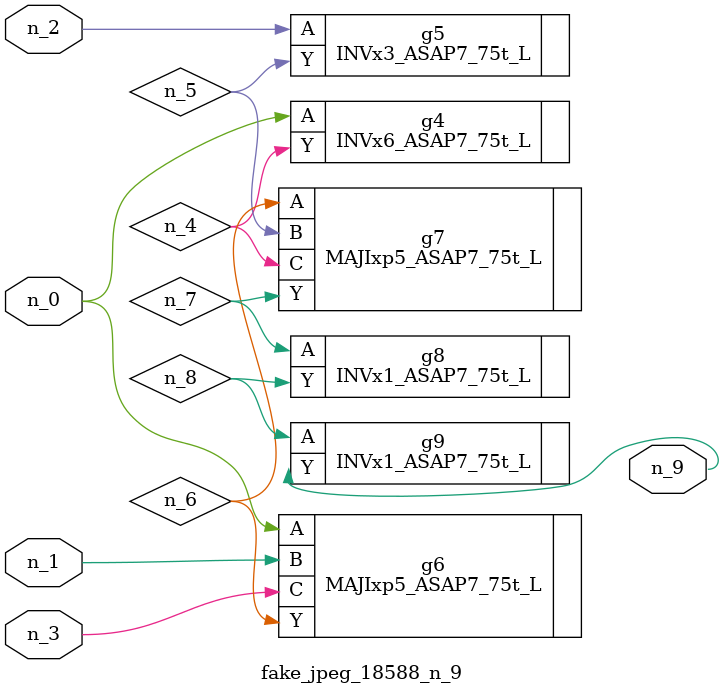
<source format=v>
module fake_jpeg_18588_n_9 (n_0, n_3, n_2, n_1, n_9);

input n_0;
input n_3;
input n_2;
input n_1;

output n_9;

wire n_4;
wire n_8;
wire n_6;
wire n_5;
wire n_7;

INVx6_ASAP7_75t_L g4 ( 
.A(n_0),
.Y(n_4)
);

INVx3_ASAP7_75t_L g5 ( 
.A(n_2),
.Y(n_5)
);

MAJIxp5_ASAP7_75t_L g6 ( 
.A(n_0),
.B(n_1),
.C(n_3),
.Y(n_6)
);

MAJIxp5_ASAP7_75t_L g7 ( 
.A(n_6),
.B(n_5),
.C(n_4),
.Y(n_7)
);

INVx1_ASAP7_75t_L g8 ( 
.A(n_7),
.Y(n_8)
);

INVx1_ASAP7_75t_L g9 ( 
.A(n_8),
.Y(n_9)
);


endmodule
</source>
